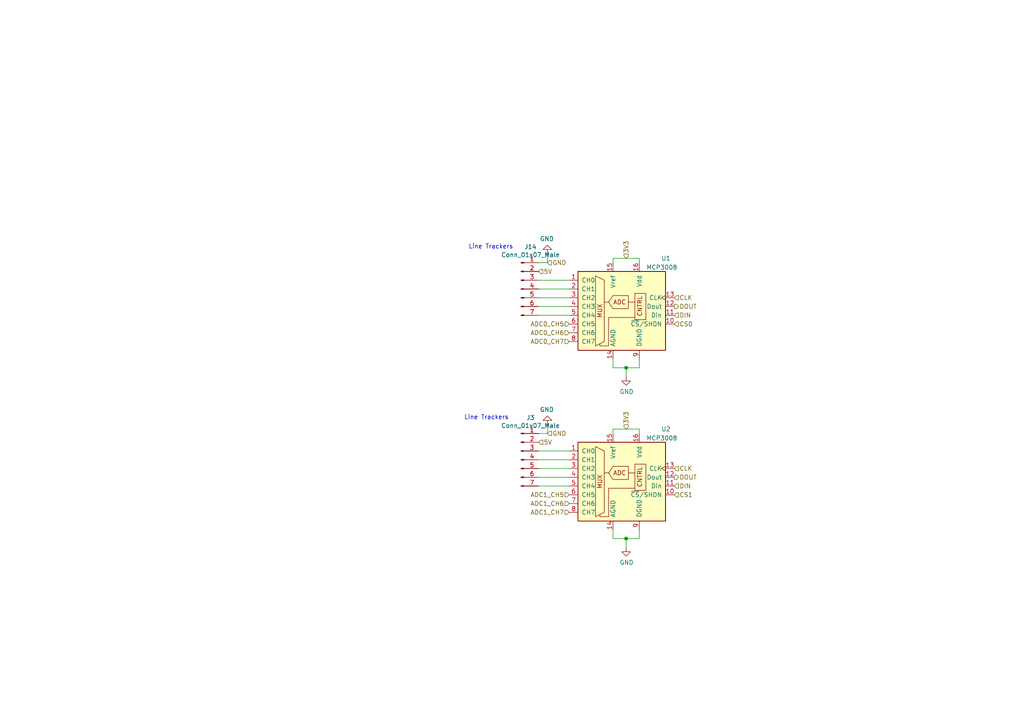
<source format=kicad_sch>
(kicad_sch (version 20211123) (generator eeschema)

  (uuid 96781640-c07e-4eea-a372-067ded96b703)

  (paper "A4")

  (lib_symbols
    (symbol "Analog_ADC:MCP3008" (pin_names (offset 1.016)) (in_bom yes) (on_board yes)
      (property "Reference" "U" (id 0) (at -5.08 13.335 0)
        (effects (font (size 1.27 1.27)) (justify right))
      )
      (property "Value" "MCP3008" (id 1) (at -5.08 11.43 0)
        (effects (font (size 1.27 1.27)) (justify right))
      )
      (property "Footprint" "" (id 2) (at 2.54 2.54 0)
        (effects (font (size 1.27 1.27)) hide)
      )
      (property "Datasheet" "http://ww1.microchip.com/downloads/en/DeviceDoc/21295d.pdf" (id 3) (at 2.54 2.54 0)
        (effects (font (size 1.27 1.27)) hide)
      )
      (property "ki_keywords" "12bit ADC Reference Single Supply SPI 8CH" (id 4) (at 0 0 0)
        (effects (font (size 1.27 1.27)) hide)
      )
      (property "ki_description" "A/D Converter, 10-Bit, 8-Channel, SPI Interface , 2.7V-5.5V" (id 5) (at 0 0 0)
        (effects (font (size 1.27 1.27)) hide)
      )
      (property "ki_fp_filters" "DIP*W7.62mm* SOIC*3.9x9.9mm*P1.27mm*" (id 6) (at 0 0 0)
        (effects (font (size 1.27 1.27)) hide)
      )
      (symbol "MCP3008_0_0"
        (text "ADC" (at -0.635 1.27 0)
          (effects (font (size 1.27 1.27)))
        )
        (text "CNTRL" (at 5.969 -2.921 900)
          (effects (font (size 1.27 1.27)) (justify left bottom))
        )
        (text "MUX" (at -6.35 -1.27 900)
          (effects (font (size 1.27 1.27)))
        )
      )
      (symbol "MCP3008_0_1"
        (polyline
          (pts
            (xy -3.81 1.27)
            (xy -5.08 1.27)
          )
          (stroke (width 0) (type default) (color 0 0 0 0))
          (fill (type none))
        )
        (polyline
          (pts
            (xy 1.905 1.27)
            (xy 3.81 1.27)
          )
          (stroke (width 0) (type default) (color 0 0 0 0))
          (fill (type none))
        )
        (polyline
          (pts
            (xy -7.62 8.89)
            (xy -7.62 -11.43)
            (xy -5.08 -10.16)
            (xy -5.08 7.62)
            (xy -7.62 8.89)
          )
          (stroke (width 0) (type default) (color 0 0 0 0))
          (fill (type none))
        )
        (polyline
          (pts
            (xy 3.81 -3.175)
            (xy -3.81 -3.175)
            (xy -3.81 -11.43)
            (xy -6.35 -11.43)
            (xy -6.35 -10.795)
          )
          (stroke (width 0) (type default) (color 0 0 0 0))
          (fill (type none))
        )
        (polyline
          (pts
            (xy 1.905 3.175)
            (xy 1.905 -0.635)
            (xy -2.54 -0.635)
            (xy -3.81 1.27)
            (xy -2.54 3.175)
            (xy 1.905 3.175)
          )
          (stroke (width 0) (type default) (color 0 0 0 0))
          (fill (type none))
        )
        (rectangle (start 3.81 -3.81) (end 6.985 3.81)
          (stroke (width 0) (type default) (color 0 0 0 0))
          (fill (type none))
        )
        (rectangle (start 12.7 -12.7) (end -12.7 10.16)
          (stroke (width 0.254) (type default) (color 0 0 0 0))
          (fill (type background))
        )
      )
      (symbol "MCP3008_1_1"
        (pin input line (at -15.24 7.62 0) (length 2.54)
          (name "CH0" (effects (font (size 1.27 1.27))))
          (number "1" (effects (font (size 1.27 1.27))))
        )
        (pin input line (at 15.24 -5.08 180) (length 2.54)
          (name "~{CS}/SHDN" (effects (font (size 1.27 1.27))))
          (number "10" (effects (font (size 1.27 1.27))))
        )
        (pin input line (at 15.24 -2.54 180) (length 2.54)
          (name "Din" (effects (font (size 1.27 1.27))))
          (number "11" (effects (font (size 1.27 1.27))))
        )
        (pin output line (at 15.24 0 180) (length 2.54)
          (name "Dout" (effects (font (size 1.27 1.27))))
          (number "12" (effects (font (size 1.27 1.27))))
        )
        (pin input clock (at 15.24 2.54 180) (length 2.54)
          (name "CLK" (effects (font (size 1.27 1.27))))
          (number "13" (effects (font (size 1.27 1.27))))
        )
        (pin power_in line (at -2.54 -15.24 90) (length 2.54)
          (name "AGND" (effects (font (size 1.27 1.27))))
          (number "14" (effects (font (size 1.27 1.27))))
        )
        (pin power_in line (at -2.54 12.7 270) (length 2.54)
          (name "Vref" (effects (font (size 1.27 1.27))))
          (number "15" (effects (font (size 1.27 1.27))))
        )
        (pin power_in line (at 5.08 12.7 270) (length 2.54)
          (name "Vdd" (effects (font (size 1.27 1.27))))
          (number "16" (effects (font (size 1.27 1.27))))
        )
        (pin input line (at -15.24 5.08 0) (length 2.54)
          (name "CH1" (effects (font (size 1.27 1.27))))
          (number "2" (effects (font (size 1.27 1.27))))
        )
        (pin input line (at -15.24 2.54 0) (length 2.54)
          (name "CH2" (effects (font (size 1.27 1.27))))
          (number "3" (effects (font (size 1.27 1.27))))
        )
        (pin input line (at -15.24 0 0) (length 2.54)
          (name "CH3" (effects (font (size 1.27 1.27))))
          (number "4" (effects (font (size 1.27 1.27))))
        )
        (pin input line (at -15.24 -2.54 0) (length 2.54)
          (name "CH4" (effects (font (size 1.27 1.27))))
          (number "5" (effects (font (size 1.27 1.27))))
        )
        (pin input line (at -15.24 -5.08 0) (length 2.54)
          (name "CH5" (effects (font (size 1.27 1.27))))
          (number "6" (effects (font (size 1.27 1.27))))
        )
        (pin input line (at -15.24 -7.62 0) (length 2.54)
          (name "CH6" (effects (font (size 1.27 1.27))))
          (number "7" (effects (font (size 1.27 1.27))))
        )
        (pin input line (at -15.24 -10.16 0) (length 2.54)
          (name "CH7" (effects (font (size 1.27 1.27))))
          (number "8" (effects (font (size 1.27 1.27))))
        )
        (pin power_in line (at 5.08 -15.24 90) (length 2.54)
          (name "DGND" (effects (font (size 1.27 1.27))))
          (number "9" (effects (font (size 1.27 1.27))))
        )
      )
    )
    (symbol "Connector:Conn_01x07_Male" (pin_names (offset 1.016) hide) (in_bom yes) (on_board yes)
      (property "Reference" "J" (id 0) (at 0 10.16 0)
        (effects (font (size 1.27 1.27)))
      )
      (property "Value" "Conn_01x07_Male" (id 1) (at 0 -10.16 0)
        (effects (font (size 1.27 1.27)))
      )
      (property "Footprint" "" (id 2) (at 0 0 0)
        (effects (font (size 1.27 1.27)) hide)
      )
      (property "Datasheet" "~" (id 3) (at 0 0 0)
        (effects (font (size 1.27 1.27)) hide)
      )
      (property "ki_keywords" "connector" (id 4) (at 0 0 0)
        (effects (font (size 1.27 1.27)) hide)
      )
      (property "ki_description" "Generic connector, single row, 01x07, script generated (kicad-library-utils/schlib/autogen/connector/)" (id 5) (at 0 0 0)
        (effects (font (size 1.27 1.27)) hide)
      )
      (property "ki_fp_filters" "Connector*:*_1x??_*" (id 6) (at 0 0 0)
        (effects (font (size 1.27 1.27)) hide)
      )
      (symbol "Conn_01x07_Male_1_1"
        (polyline
          (pts
            (xy 1.27 -7.62)
            (xy 0.8636 -7.62)
          )
          (stroke (width 0.1524) (type default) (color 0 0 0 0))
          (fill (type none))
        )
        (polyline
          (pts
            (xy 1.27 -5.08)
            (xy 0.8636 -5.08)
          )
          (stroke (width 0.1524) (type default) (color 0 0 0 0))
          (fill (type none))
        )
        (polyline
          (pts
            (xy 1.27 -2.54)
            (xy 0.8636 -2.54)
          )
          (stroke (width 0.1524) (type default) (color 0 0 0 0))
          (fill (type none))
        )
        (polyline
          (pts
            (xy 1.27 0)
            (xy 0.8636 0)
          )
          (stroke (width 0.1524) (type default) (color 0 0 0 0))
          (fill (type none))
        )
        (polyline
          (pts
            (xy 1.27 2.54)
            (xy 0.8636 2.54)
          )
          (stroke (width 0.1524) (type default) (color 0 0 0 0))
          (fill (type none))
        )
        (polyline
          (pts
            (xy 1.27 5.08)
            (xy 0.8636 5.08)
          )
          (stroke (width 0.1524) (type default) (color 0 0 0 0))
          (fill (type none))
        )
        (polyline
          (pts
            (xy 1.27 7.62)
            (xy 0.8636 7.62)
          )
          (stroke (width 0.1524) (type default) (color 0 0 0 0))
          (fill (type none))
        )
        (rectangle (start 0.8636 -7.493) (end 0 -7.747)
          (stroke (width 0.1524) (type default) (color 0 0 0 0))
          (fill (type outline))
        )
        (rectangle (start 0.8636 -4.953) (end 0 -5.207)
          (stroke (width 0.1524) (type default) (color 0 0 0 0))
          (fill (type outline))
        )
        (rectangle (start 0.8636 -2.413) (end 0 -2.667)
          (stroke (width 0.1524) (type default) (color 0 0 0 0))
          (fill (type outline))
        )
        (rectangle (start 0.8636 0.127) (end 0 -0.127)
          (stroke (width 0.1524) (type default) (color 0 0 0 0))
          (fill (type outline))
        )
        (rectangle (start 0.8636 2.667) (end 0 2.413)
          (stroke (width 0.1524) (type default) (color 0 0 0 0))
          (fill (type outline))
        )
        (rectangle (start 0.8636 5.207) (end 0 4.953)
          (stroke (width 0.1524) (type default) (color 0 0 0 0))
          (fill (type outline))
        )
        (rectangle (start 0.8636 7.747) (end 0 7.493)
          (stroke (width 0.1524) (type default) (color 0 0 0 0))
          (fill (type outline))
        )
        (pin passive line (at 5.08 7.62 180) (length 3.81)
          (name "Pin_1" (effects (font (size 1.27 1.27))))
          (number "1" (effects (font (size 1.27 1.27))))
        )
        (pin passive line (at 5.08 5.08 180) (length 3.81)
          (name "Pin_2" (effects (font (size 1.27 1.27))))
          (number "2" (effects (font (size 1.27 1.27))))
        )
        (pin passive line (at 5.08 2.54 180) (length 3.81)
          (name "Pin_3" (effects (font (size 1.27 1.27))))
          (number "3" (effects (font (size 1.27 1.27))))
        )
        (pin passive line (at 5.08 0 180) (length 3.81)
          (name "Pin_4" (effects (font (size 1.27 1.27))))
          (number "4" (effects (font (size 1.27 1.27))))
        )
        (pin passive line (at 5.08 -2.54 180) (length 3.81)
          (name "Pin_5" (effects (font (size 1.27 1.27))))
          (number "5" (effects (font (size 1.27 1.27))))
        )
        (pin passive line (at 5.08 -5.08 180) (length 3.81)
          (name "Pin_6" (effects (font (size 1.27 1.27))))
          (number "6" (effects (font (size 1.27 1.27))))
        )
        (pin passive line (at 5.08 -7.62 180) (length 3.81)
          (name "Pin_7" (effects (font (size 1.27 1.27))))
          (number "7" (effects (font (size 1.27 1.27))))
        )
      )
    )
    (symbol "power:GND" (power) (pin_names (offset 0)) (in_bom yes) (on_board yes)
      (property "Reference" "#PWR" (id 0) (at 0 -6.35 0)
        (effects (font (size 1.27 1.27)) hide)
      )
      (property "Value" "GND" (id 1) (at 0 -3.81 0)
        (effects (font (size 1.27 1.27)))
      )
      (property "Footprint" "" (id 2) (at 0 0 0)
        (effects (font (size 1.27 1.27)) hide)
      )
      (property "Datasheet" "" (id 3) (at 0 0 0)
        (effects (font (size 1.27 1.27)) hide)
      )
      (property "ki_keywords" "power-flag" (id 4) (at 0 0 0)
        (effects (font (size 1.27 1.27)) hide)
      )
      (property "ki_description" "Power symbol creates a global label with name \"GND\" , ground" (id 5) (at 0 0 0)
        (effects (font (size 1.27 1.27)) hide)
      )
      (symbol "GND_0_1"
        (polyline
          (pts
            (xy 0 0)
            (xy 0 -1.27)
            (xy 1.27 -1.27)
            (xy 0 -2.54)
            (xy -1.27 -1.27)
            (xy 0 -1.27)
          )
          (stroke (width 0) (type default) (color 0 0 0 0))
          (fill (type none))
        )
      )
      (symbol "GND_1_1"
        (pin power_in line (at 0 0 270) (length 0) hide
          (name "GND" (effects (font (size 1.27 1.27))))
          (number "1" (effects (font (size 1.27 1.27))))
        )
      )
    )
  )


  (junction (at 181.61 156.21) (diameter 0) (color 0 0 0 0)
    (uuid 95d3588d-48e0-474c-b880-ed6e7ca6ce58)
  )
  (junction (at 181.61 106.68) (diameter 0) (color 0 0 0 0)
    (uuid 9ece3cd6-8229-436e-9edf-582a68e6c255)
  )

  (wire (pts (xy 181.61 106.68) (xy 181.61 109.22))
    (stroke (width 0) (type default) (color 0 0 0 0))
    (uuid 01011f32-daef-43eb-bb13-34d7b79e1be5)
  )
  (wire (pts (xy 156.21 135.89) (xy 165.1 135.89))
    (stroke (width 0) (type default) (color 0 0 0 0))
    (uuid 09db6f47-4aef-40e1-acb9-1755fd270b2a)
  )
  (wire (pts (xy 177.8 104.14) (xy 177.8 106.68))
    (stroke (width 0) (type default) (color 0 0 0 0))
    (uuid 0de92b1b-5e31-45f7-a080-06900f0dff12)
  )
  (wire (pts (xy 156.21 91.44) (xy 165.1 91.44))
    (stroke (width 0) (type default) (color 0 0 0 0))
    (uuid 0e0f9829-27a5-43b2-a0ae-121d3ce72ef4)
  )
  (wire (pts (xy 181.61 156.21) (xy 181.61 158.75))
    (stroke (width 0) (type default) (color 0 0 0 0))
    (uuid 126f51e1-adef-4366-a2af-4c55f68ffe86)
  )
  (wire (pts (xy 156.21 81.28) (xy 165.1 81.28))
    (stroke (width 0) (type default) (color 0 0 0 0))
    (uuid 18d3014d-7089-41b5-ab03-53cc0a265580)
  )
  (wire (pts (xy 177.8 125.73) (xy 177.8 124.46))
    (stroke (width 0) (type default) (color 0 0 0 0))
    (uuid 1ee0d69c-7845-4b02-be87-dc06dcf9c05f)
  )
  (wire (pts (xy 185.42 106.68) (xy 185.42 104.14))
    (stroke (width 0) (type default) (color 0 0 0 0))
    (uuid 21c91cfc-2dcf-4df7-82fc-d91fb7d949ef)
  )
  (wire (pts (xy 177.8 124.46) (xy 185.42 124.46))
    (stroke (width 0) (type default) (color 0 0 0 0))
    (uuid 29029900-0b33-4e2c-a4a5-743b57aebf06)
  )
  (wire (pts (xy 158.75 123.19) (xy 158.75 125.73))
    (stroke (width 0) (type default) (color 0 0 0 0))
    (uuid 29c394d9-9746-409a-b15a-fa546833aed0)
  )
  (wire (pts (xy 177.8 153.67) (xy 177.8 156.21))
    (stroke (width 0) (type default) (color 0 0 0 0))
    (uuid 2fd20049-16e5-4ba2-9fe3-f8b9d72c850c)
  )
  (wire (pts (xy 156.21 130.81) (xy 165.1 130.81))
    (stroke (width 0) (type default) (color 0 0 0 0))
    (uuid 3531f0c0-2b4a-4c11-929a-cad6a33d71fb)
  )
  (wire (pts (xy 156.21 133.35) (xy 165.1 133.35))
    (stroke (width 0) (type default) (color 0 0 0 0))
    (uuid 3894053c-5f70-4d51-8a48-7ab7c1789912)
  )
  (wire (pts (xy 156.21 86.36) (xy 165.1 86.36))
    (stroke (width 0) (type default) (color 0 0 0 0))
    (uuid 3f96e159-1f3b-4ee7-a46e-e60d78f2137a)
  )
  (wire (pts (xy 181.61 156.21) (xy 185.42 156.21))
    (stroke (width 0) (type default) (color 0 0 0 0))
    (uuid 50082c4c-64db-4e25-89b2-5b871b209227)
  )
  (wire (pts (xy 156.21 83.82) (xy 165.1 83.82))
    (stroke (width 0) (type default) (color 0 0 0 0))
    (uuid 662bafcb-dcfb-4471-a8a9-f5c777fdf249)
  )
  (wire (pts (xy 158.75 76.2) (xy 156.21 76.2))
    (stroke (width 0) (type default) (color 0 0 0 0))
    (uuid 720ec55a-7c69-4064-b792-ef3dbba4eab9)
  )
  (wire (pts (xy 156.21 88.9) (xy 165.1 88.9))
    (stroke (width 0) (type default) (color 0 0 0 0))
    (uuid 77aa6db5-9b8d-4983-b88e-30fe5af25975)
  )
  (wire (pts (xy 158.75 125.73) (xy 156.21 125.73))
    (stroke (width 0) (type default) (color 0 0 0 0))
    (uuid 811a2605-2f91-49f3-86e3-96b33a6dacf9)
  )
  (wire (pts (xy 156.21 138.43) (xy 165.1 138.43))
    (stroke (width 0) (type default) (color 0 0 0 0))
    (uuid 8506b14a-98d5-4101-86d7-9415c02a8e4a)
  )
  (wire (pts (xy 177.8 76.2) (xy 177.8 74.93))
    (stroke (width 0) (type default) (color 0 0 0 0))
    (uuid 8637dfd5-3100-4d80-a698-332e0ba488fd)
  )
  (wire (pts (xy 156.21 140.97) (xy 165.1 140.97))
    (stroke (width 0) (type default) (color 0 0 0 0))
    (uuid 988375ab-60a4-4cb0-826c-913386871db9)
  )
  (wire (pts (xy 185.42 124.46) (xy 185.42 125.73))
    (stroke (width 0) (type default) (color 0 0 0 0))
    (uuid a385df2f-0192-4445-b9eb-593f0e0596cc)
  )
  (wire (pts (xy 177.8 106.68) (xy 181.61 106.68))
    (stroke (width 0) (type default) (color 0 0 0 0))
    (uuid a57fe6ad-16a0-4cbd-a177-ac6df80455c0)
  )
  (wire (pts (xy 177.8 156.21) (xy 181.61 156.21))
    (stroke (width 0) (type default) (color 0 0 0 0))
    (uuid bb5e0559-17c3-4223-9f34-a1c42c2c719d)
  )
  (wire (pts (xy 181.61 106.68) (xy 185.42 106.68))
    (stroke (width 0) (type default) (color 0 0 0 0))
    (uuid cac77c0c-c8f1-4cdf-9d44-f5db7371e071)
  )
  (wire (pts (xy 185.42 74.93) (xy 185.42 76.2))
    (stroke (width 0) (type default) (color 0 0 0 0))
    (uuid cfc0e852-288e-48cb-b510-b97addd39ff5)
  )
  (wire (pts (xy 158.75 73.66) (xy 158.75 76.2))
    (stroke (width 0) (type default) (color 0 0 0 0))
    (uuid d115a0df-1034-4583-83af-ff1cb8acfa17)
  )
  (wire (pts (xy 185.42 156.21) (xy 185.42 153.67))
    (stroke (width 0) (type default) (color 0 0 0 0))
    (uuid db051b83-b7ec-4d2f-b3bd-ced276f20a10)
  )
  (wire (pts (xy 177.8 74.93) (xy 185.42 74.93))
    (stroke (width 0) (type default) (color 0 0 0 0))
    (uuid f48fc2c2-c1df-456c-8c82-842102c2e36c)
  )

  (text "Line Trackers" (at 134.62 121.92 0)
    (effects (font (size 1.27 1.27)) (justify left bottom))
    (uuid 49bbe3bc-4662-46c6-af83-fd3ace894290)
  )
  (text "Line Trackers" (at 135.89 72.39 0)
    (effects (font (size 1.27 1.27)) (justify left bottom))
    (uuid 5eedf685-0df3-4da8-aded-0e6ed1cb2507)
  )

  (hierarchical_label "DIN" (shape input) (at 195.58 140.97 0)
    (effects (font (size 1.27 1.27)) (justify left))
    (uuid 1ac1c62c-d755-4fc3-8bb3-220779de2ecd)
  )
  (hierarchical_label "ADC1_CH5" (shape input) (at 165.1 143.51 180)
    (effects (font (size 1.27 1.27)) (justify right))
    (uuid 251669f2-aed1-46fe-b2e4-9582ff1e4084)
  )
  (hierarchical_label "CLK" (shape input) (at 195.58 135.89 0)
    (effects (font (size 1.27 1.27)) (justify left))
    (uuid 26fad309-2b90-4237-8622-541503fc1d75)
  )
  (hierarchical_label "ADC0_CH6" (shape input) (at 165.1 96.52 180)
    (effects (font (size 1.27 1.27)) (justify right))
    (uuid 311665d9-0fab-4325-8b46-f3638bf521df)
  )
  (hierarchical_label "ADC0_CH7" (shape input) (at 165.1 99.06 180)
    (effects (font (size 1.27 1.27)) (justify right))
    (uuid 3198b8ca-7d11-4e0c-89a4-c173f9fcf724)
  )
  (hierarchical_label "ADC0_CH5" (shape input) (at 165.1 93.98 180)
    (effects (font (size 1.27 1.27)) (justify right))
    (uuid 3c3e06bd-c8bb-4ec8-84e0-f7f9437909b3)
  )
  (hierarchical_label "ADC1_CH7" (shape input) (at 165.1 148.59 180)
    (effects (font (size 1.27 1.27)) (justify right))
    (uuid 3c646c61-400f-4f60-98b8-05ed5e632a3f)
  )
  (hierarchical_label "CS1" (shape input) (at 195.58 143.51 0)
    (effects (font (size 1.27 1.27)) (justify left))
    (uuid 42f10020-b50a-4739-a546-6b63e441c980)
  )
  (hierarchical_label "DOUT" (shape output) (at 195.58 88.9 0)
    (effects (font (size 1.27 1.27)) (justify left))
    (uuid 46491a9d-8b3d-4c74-b09a-70c876f162e5)
  )
  (hierarchical_label "CLK" (shape input) (at 195.58 86.36 0)
    (effects (font (size 1.27 1.27)) (justify left))
    (uuid 49d97c73-e37a-4154-9d0a-88037e40cc11)
  )
  (hierarchical_label "3V3" (shape input) (at 181.61 124.46 90)
    (effects (font (size 1.27 1.27)) (justify left))
    (uuid 571294ad-4ab0-4eba-8946-4b0fbf948dca)
  )
  (hierarchical_label "ADC1_CH6" (shape input) (at 165.1 146.05 180)
    (effects (font (size 1.27 1.27)) (justify right))
    (uuid 8aeda7bd-b078-427a-a185-d5bc595c6436)
  )
  (hierarchical_label "DOUT" (shape output) (at 195.58 138.43 0)
    (effects (font (size 1.27 1.27)) (justify left))
    (uuid 9382996c-5b32-4ced-9ae0-ead0b880b972)
  )
  (hierarchical_label "DIN" (shape input) (at 195.58 91.44 0)
    (effects (font (size 1.27 1.27)) (justify left))
    (uuid 9505be36-b21c-4db8-9484-dd0861395d26)
  )
  (hierarchical_label "CS0" (shape input) (at 195.58 93.98 0)
    (effects (font (size 1.27 1.27)) (justify left))
    (uuid 961b4579-9ee8-407a-89a7-81f36f1ad865)
  )
  (hierarchical_label "GND" (shape input) (at 158.75 125.73 0)
    (effects (font (size 1.27 1.27)) (justify left))
    (uuid 9c9d9ed2-0bad-45f4-9618-be6aefff397c)
  )
  (hierarchical_label "5V" (shape input) (at 156.21 128.27 0)
    (effects (font (size 1.27 1.27)) (justify left))
    (uuid be17e6c7-9530-4858-89f3-92acb109254c)
  )
  (hierarchical_label "3V3" (shape input) (at 181.61 74.93 90)
    (effects (font (size 1.27 1.27)) (justify left))
    (uuid c56bbebe-0c9a-418d-911e-b8ba7c53125d)
  )
  (hierarchical_label "GND" (shape input) (at 158.75 76.2 0)
    (effects (font (size 1.27 1.27)) (justify left))
    (uuid d70d1cd3-1668-4688-8eb7-f773efb7bb87)
  )
  (hierarchical_label "5V" (shape input) (at 156.21 78.74 0)
    (effects (font (size 1.27 1.27)) (justify left))
    (uuid eb6a726e-fed9-4891-95fa-b4d4a5f77b35)
  )

  (symbol (lib_id "power:GND") (at 158.75 73.66 180)
    (in_bom yes) (on_board yes)
    (uuid 00000000-0000-0000-0000-00006176ed3f)
    (property "Reference" "#PWR029" (id 0) (at 158.75 67.31 0)
      (effects (font (size 1.27 1.27)) hide)
    )
    (property "Value" "GND" (id 1) (at 158.623 69.2658 0))
    (property "Footprint" "" (id 2) (at 158.75 73.66 0)
      (effects (font (size 1.27 1.27)) hide)
    )
    (property "Datasheet" "" (id 3) (at 158.75 73.66 0)
      (effects (font (size 1.27 1.27)) hide)
    )
    (pin "1" (uuid b0cd315c-c78d-44dc-b672-a18dfb5cc2d0))
  )

  (symbol (lib_id "Connector:Conn_01x07_Male") (at 151.13 83.82 0) (unit 1)
    (in_bom yes) (on_board yes)
    (uuid 00000000-0000-0000-0000-000061c8be1c)
    (property "Reference" "J14" (id 0) (at 153.8732 71.6026 0))
    (property "Value" "Conn_01x07_Male" (id 1) (at 153.8732 73.914 0))
    (property "Footprint" "Connector_JST:JST_PH_B7B-PH-K_1x07_P2.00mm_Vertical" (id 2) (at 151.13 83.82 0)
      (effects (font (size 1.27 1.27)) hide)
    )
    (property "Datasheet" "~" (id 3) (at 151.13 83.82 0)
      (effects (font (size 1.27 1.27)) hide)
    )
    (pin "1" (uuid 6625fa35-b4b6-4787-b8b3-809524ccafaf))
    (pin "2" (uuid 47b95054-956f-44dc-a5b4-15ee4ea91418))
    (pin "3" (uuid 56203402-79b1-40a1-97ad-4c42312e0916))
    (pin "4" (uuid 64801e0e-c9b6-437d-9a1d-1ec9baec692d))
    (pin "5" (uuid ed3da514-179d-46c2-8e91-4ccd983fef67))
    (pin "6" (uuid 332684b8-b77e-4a8c-a386-1c014b162710))
    (pin "7" (uuid f87d441f-a3eb-40a1-82a9-08e64a9943af))
  )

  (symbol (lib_id "power:GND") (at 181.61 109.22 0) (unit 1)
    (in_bom yes) (on_board yes)
    (uuid 00000000-0000-0000-0000-000061cabb17)
    (property "Reference" "#PWR038" (id 0) (at 181.61 115.57 0)
      (effects (font (size 1.27 1.27)) hide)
    )
    (property "Value" "GND" (id 1) (at 181.737 113.6142 0))
    (property "Footprint" "" (id 2) (at 181.61 109.22 0)
      (effects (font (size 1.27 1.27)) hide)
    )
    (property "Datasheet" "" (id 3) (at 181.61 109.22 0)
      (effects (font (size 1.27 1.27)) hide)
    )
    (pin "1" (uuid 1db457a1-950b-401f-812b-e7ab8a089f05))
  )

  (symbol (lib_id "Analog_ADC:MCP3008") (at 180.34 138.43 0) (unit 1)
    (in_bom yes) (on_board yes)
    (uuid 0a706747-28f7-45f7-b6cf-c5990cab7ded)
    (property "Reference" "U2" (id 0) (at 191.77 124.46 0)
      (effects (font (size 1.27 1.27)) (justify left))
    )
    (property "Value" "MCP3008" (id 1) (at 187.4394 127.0786 0)
      (effects (font (size 1.27 1.27)) (justify left))
    )
    (property "Footprint" "Package_SO:SOIC-16_3.9x9.9mm_P1.27mm" (id 2) (at 182.88 135.89 0)
      (effects (font (size 1.27 1.27)) hide)
    )
    (property "Datasheet" "http://ww1.microchip.com/downloads/en/DeviceDoc/21295d.pdf" (id 3) (at 182.88 135.89 0)
      (effects (font (size 1.27 1.27)) hide)
    )
    (pin "1" (uuid b6f5b6dc-43c6-4c9f-af93-ca80eb860087))
    (pin "10" (uuid 71911778-d0ee-4d34-99b9-5ee2da03ef03))
    (pin "11" (uuid 6faa8d62-429f-4a23-840c-5a94b22c4be4))
    (pin "12" (uuid e948c7e7-5a27-4de2-bcfe-5042e5eebc86))
    (pin "13" (uuid d93c8b32-dc73-4b95-a97b-8a0dc2fa043c))
    (pin "14" (uuid 978bf860-b448-4c5d-b124-0533a8da63f4))
    (pin "15" (uuid 5a0b6c76-d934-4cf6-a71d-fc366c010078))
    (pin "16" (uuid e8494ffa-9fc0-4507-9840-900329c5e6b2))
    (pin "2" (uuid 9d4c75d5-058f-48f8-882f-fa7ffced4401))
    (pin "3" (uuid 78464223-833a-4ec0-a002-89dfd4fceb99))
    (pin "4" (uuid 9e04b1b6-8afb-4392-aa70-6b1a29fe4ef4))
    (pin "5" (uuid 1e55fa00-7d63-4620-8771-741b4c30b566))
    (pin "6" (uuid 5c956cbf-eea3-4b7a-9fec-cc18a3b878b4))
    (pin "7" (uuid 260172ce-3e17-41e8-9635-cab7d786688f))
    (pin "8" (uuid 3bfb9e96-bb00-4143-926c-858ffcb8e48b))
    (pin "9" (uuid ea4376b9-629f-4c18-8283-8236d7466585))
  )

  (symbol (lib_id "power:GND") (at 158.75 123.19 180) (unit 1)
    (in_bom yes) (on_board yes)
    (uuid 4088c051-13d7-4620-9ae2-69f204608b63)
    (property "Reference" "#PWR030" (id 0) (at 158.75 116.84 0)
      (effects (font (size 1.27 1.27)) hide)
    )
    (property "Value" "GND" (id 1) (at 158.623 118.7958 0))
    (property "Footprint" "" (id 2) (at 158.75 123.19 0)
      (effects (font (size 1.27 1.27)) hide)
    )
    (property "Datasheet" "" (id 3) (at 158.75 123.19 0)
      (effects (font (size 1.27 1.27)) hide)
    )
    (pin "1" (uuid e9a415a3-978e-4183-bc40-c0d44644c4b0))
  )

  (symbol (lib_id "Analog_ADC:MCP3008") (at 180.34 88.9 0) (unit 1)
    (in_bom yes) (on_board yes)
    (uuid 440117fe-ff0f-47da-8b54-2f4c7e7a268e)
    (property "Reference" "U1" (id 0) (at 191.77 74.93 0)
      (effects (font (size 1.27 1.27)) (justify left))
    )
    (property "Value" "MCP3008" (id 1) (at 187.4394 77.5486 0)
      (effects (font (size 1.27 1.27)) (justify left))
    )
    (property "Footprint" "Package_SO:SOIC-16_3.9x9.9mm_P1.27mm" (id 2) (at 182.88 86.36 0)
      (effects (font (size 1.27 1.27)) hide)
    )
    (property "Datasheet" "http://ww1.microchip.com/downloads/en/DeviceDoc/21295d.pdf" (id 3) (at 182.88 86.36 0)
      (effects (font (size 1.27 1.27)) hide)
    )
    (pin "1" (uuid 89003be2-05c0-40b0-b840-1cd26861583f))
    (pin "10" (uuid fe17a12c-3b7b-4f2b-85d9-0d7d5a0cb7a9))
    (pin "11" (uuid 1d8458ca-11a1-42da-a2e9-e572d14457b8))
    (pin "12" (uuid be993bca-4f2d-4921-b912-03f71ecb433a))
    (pin "13" (uuid 904153b5-3033-4ea8-a296-0deb91bdb2ee))
    (pin "14" (uuid ffcb565f-a4bf-496d-be76-dba9790fa6ca))
    (pin "15" (uuid 34d104a3-c7cc-4527-8e16-5ce571e94236))
    (pin "16" (uuid 267d1d77-f29a-4b71-a785-d7f27c1191cf))
    (pin "2" (uuid 5a6f59a5-e638-4d6a-9522-0315b3818cbe))
    (pin "3" (uuid f0da49a0-a553-4400-9400-dab597971fca))
    (pin "4" (uuid b0b588f7-84d7-4112-b4be-693e5c47a610))
    (pin "5" (uuid 18a00304-2816-4876-be1e-8aec5a4787ed))
    (pin "6" (uuid 21ea5f4a-cff8-4809-8556-fa2bee079fea))
    (pin "7" (uuid 0a8584bd-4ae0-4872-861c-77c12b173efc))
    (pin "8" (uuid 1f73f83f-c2d2-4621-9d8a-e3cd798760f9))
    (pin "9" (uuid 35c7614b-91d0-4b85-a215-8cdc0d7fbc92))
  )

  (symbol (lib_id "power:GND") (at 181.61 158.75 0) (unit 1)
    (in_bom yes) (on_board yes)
    (uuid 5dce9715-7f0e-40a0-81bc-07ad66183870)
    (property "Reference" "#PWR035" (id 0) (at 181.61 165.1 0)
      (effects (font (size 1.27 1.27)) hide)
    )
    (property "Value" "GND" (id 1) (at 181.737 163.1442 0))
    (property "Footprint" "" (id 2) (at 181.61 158.75 0)
      (effects (font (size 1.27 1.27)) hide)
    )
    (property "Datasheet" "" (id 3) (at 181.61 158.75 0)
      (effects (font (size 1.27 1.27)) hide)
    )
    (pin "1" (uuid 0526736d-88f9-4175-86fc-573d5fa8ee5b))
  )

  (symbol (lib_id "Connector:Conn_01x07_Male") (at 151.13 133.35 0) (unit 1)
    (in_bom yes) (on_board yes)
    (uuid 92b7b461-386e-4466-8c33-38d3b380f5fb)
    (property "Reference" "J3" (id 0) (at 153.8732 121.1326 0))
    (property "Value" "Conn_01x07_Male" (id 1) (at 153.8732 123.444 0))
    (property "Footprint" "Connector_JST:JST_PH_B7B-PH-K_1x07_P2.00mm_Vertical" (id 2) (at 151.13 133.35 0)
      (effects (font (size 1.27 1.27)) hide)
    )
    (property "Datasheet" "~" (id 3) (at 151.13 133.35 0)
      (effects (font (size 1.27 1.27)) hide)
    )
    (pin "1" (uuid 4027db88-ccd1-4656-9081-00491d19a628))
    (pin "2" (uuid 43844285-06c6-4556-9f0d-d66926374348))
    (pin "3" (uuid 786eea29-61d0-4a23-b0fa-a9cdf361aa43))
    (pin "4" (uuid c0d97cd1-1c41-4b49-adf6-08e0b40bf7b1))
    (pin "5" (uuid d2b75630-2d77-4206-be39-5624eb23551f))
    (pin "6" (uuid 8d3c2928-7cdb-4997-a7d0-4ece7f03200f))
    (pin "7" (uuid d4d9c141-4818-4808-853e-03bf914c0556))
  )
)

</source>
